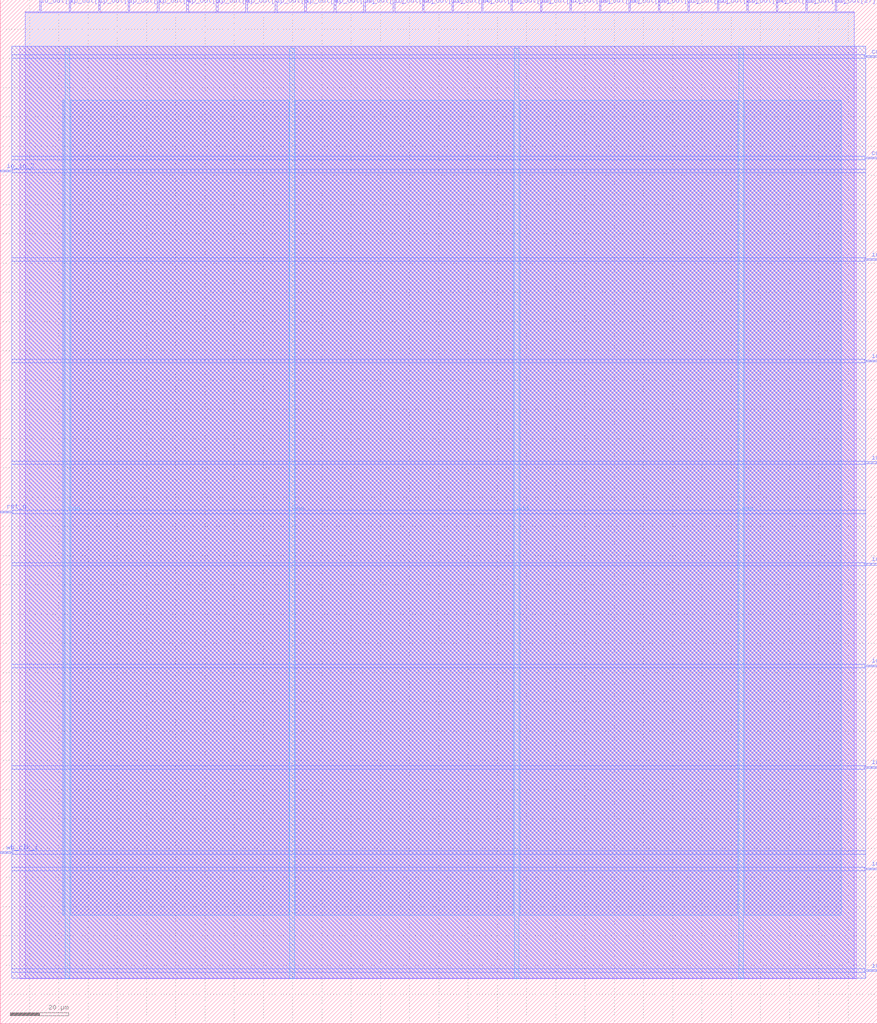
<source format=lef>
VERSION 5.7 ;
  NOWIREEXTENSIONATPIN ON ;
  DIVIDERCHAR "/" ;
  BUSBITCHARS "[]" ;
MACRO wrapped_sn76489
  CLASS BLOCK ;
  FOREIGN wrapped_sn76489 ;
  ORIGIN 0.000 0.000 ;
  SIZE 300.000 BY 350.000 ;
  PIN custom_settings[0]
    DIRECTION INPUT ;
    USE SIGNAL ;
    ANTENNAGATEAREA 0.726000 ;
    ANTENNADIFFAREA 0.410400 ;
    PORT
      LAYER Metal3 ;
        RECT 296.000 295.680 300.000 296.240 ;
    END
  END custom_settings[0]
  PIN custom_settings[1]
    DIRECTION INPUT ;
    USE SIGNAL ;
    ANTENNAGATEAREA 0.741000 ;
    ANTENNADIFFAREA 0.410400 ;
    PORT
      LAYER Metal3 ;
        RECT 296.000 330.400 300.000 330.960 ;
    END
  END custom_settings[1]
  PIN io_in_1[0]
    DIRECTION INPUT ;
    USE SIGNAL ;
    ANTENNAGATEAREA 0.726000 ;
    ANTENNADIFFAREA 0.410400 ;
    PORT
      LAYER Metal3 ;
        RECT 296.000 17.920 300.000 18.480 ;
    END
  END io_in_1[0]
  PIN io_in_1[1]
    DIRECTION INPUT ;
    USE SIGNAL ;
    ANTENNAGATEAREA 0.741000 ;
    ANTENNADIFFAREA 0.410400 ;
    PORT
      LAYER Metal3 ;
        RECT 296.000 52.640 300.000 53.200 ;
    END
  END io_in_1[1]
  PIN io_in_1[2]
    DIRECTION INPUT ;
    USE SIGNAL ;
    ANTENNAGATEAREA 0.498500 ;
    ANTENNADIFFAREA 0.410400 ;
    PORT
      LAYER Metal3 ;
        RECT 296.000 87.360 300.000 87.920 ;
    END
  END io_in_1[2]
  PIN io_in_1[3]
    DIRECTION INPUT ;
    USE SIGNAL ;
    ANTENNAGATEAREA 0.741000 ;
    ANTENNADIFFAREA 0.410400 ;
    PORT
      LAYER Metal3 ;
        RECT 296.000 122.080 300.000 122.640 ;
    END
  END io_in_1[3]
  PIN io_in_1[4]
    DIRECTION INPUT ;
    USE SIGNAL ;
    ANTENNAGATEAREA 0.741000 ;
    ANTENNADIFFAREA 0.410400 ;
    PORT
      LAYER Metal3 ;
        RECT 296.000 156.800 300.000 157.360 ;
    END
  END io_in_1[4]
  PIN io_in_1[5]
    DIRECTION INPUT ;
    USE SIGNAL ;
    ANTENNAGATEAREA 0.498500 ;
    ANTENNADIFFAREA 0.410400 ;
    PORT
      LAYER Metal3 ;
        RECT 296.000 191.520 300.000 192.080 ;
    END
  END io_in_1[5]
  PIN io_in_1[6]
    DIRECTION INPUT ;
    USE SIGNAL ;
    ANTENNAGATEAREA 0.726000 ;
    ANTENNADIFFAREA 0.410400 ;
    PORT
      LAYER Metal3 ;
        RECT 296.000 226.240 300.000 226.800 ;
    END
  END io_in_1[6]
  PIN io_in_1[7]
    DIRECTION INPUT ;
    USE SIGNAL ;
    ANTENNAGATEAREA 0.726000 ;
    ANTENNADIFFAREA 0.410400 ;
    PORT
      LAYER Metal3 ;
        RECT 296.000 260.960 300.000 261.520 ;
    END
  END io_in_1[7]
  PIN io_in_2
    DIRECTION INPUT ;
    USE SIGNAL ;
    ANTENNAGATEAREA 0.726000 ;
    ANTENNADIFFAREA 0.410400 ;
    PORT
      LAYER Metal3 ;
        RECT 0.000 291.200 4.000 291.760 ;
    END
  END io_in_2
  PIN io_out[0]
    DIRECTION OUTPUT TRISTATE ;
    USE SIGNAL ;
    ANTENNADIFFAREA 0.360800 ;
    PORT
      LAYER Metal2 ;
        RECT 13.440 346.000 14.000 350.000 ;
    END
  END io_out[0]
  PIN io_out[10]
    DIRECTION OUTPUT TRISTATE ;
    USE SIGNAL ;
    ANTENNADIFFAREA 4.731200 ;
    PORT
      LAYER Metal2 ;
        RECT 114.240 346.000 114.800 350.000 ;
    END
  END io_out[10]
  PIN io_out[11]
    DIRECTION OUTPUT TRISTATE ;
    USE SIGNAL ;
    ANTENNADIFFAREA 4.731200 ;
    PORT
      LAYER Metal2 ;
        RECT 124.320 346.000 124.880 350.000 ;
    END
  END io_out[11]
  PIN io_out[12]
    DIRECTION OUTPUT TRISTATE ;
    USE SIGNAL ;
    ANTENNADIFFAREA 4.731200 ;
    PORT
      LAYER Metal2 ;
        RECT 134.400 346.000 134.960 350.000 ;
    END
  END io_out[12]
  PIN io_out[13]
    DIRECTION OUTPUT TRISTATE ;
    USE SIGNAL ;
    ANTENNADIFFAREA 0.360800 ;
    PORT
      LAYER Metal2 ;
        RECT 144.480 346.000 145.040 350.000 ;
    END
  END io_out[13]
  PIN io_out[14]
    DIRECTION OUTPUT TRISTATE ;
    USE SIGNAL ;
    ANTENNADIFFAREA 0.360800 ;
    PORT
      LAYER Metal2 ;
        RECT 154.560 346.000 155.120 350.000 ;
    END
  END io_out[14]
  PIN io_out[15]
    DIRECTION OUTPUT TRISTATE ;
    USE SIGNAL ;
    ANTENNADIFFAREA 0.360800 ;
    PORT
      LAYER Metal2 ;
        RECT 164.640 346.000 165.200 350.000 ;
    END
  END io_out[15]
  PIN io_out[16]
    DIRECTION OUTPUT TRISTATE ;
    USE SIGNAL ;
    ANTENNADIFFAREA 0.360800 ;
    PORT
      LAYER Metal2 ;
        RECT 174.720 346.000 175.280 350.000 ;
    END
  END io_out[16]
  PIN io_out[17]
    DIRECTION OUTPUT TRISTATE ;
    USE SIGNAL ;
    ANTENNADIFFAREA 4.731200 ;
    PORT
      LAYER Metal2 ;
        RECT 184.800 346.000 185.360 350.000 ;
    END
  END io_out[17]
  PIN io_out[18]
    DIRECTION OUTPUT TRISTATE ;
    USE SIGNAL ;
    ANTENNADIFFAREA 4.731200 ;
    PORT
      LAYER Metal2 ;
        RECT 194.880 346.000 195.440 350.000 ;
    END
  END io_out[18]
  PIN io_out[19]
    DIRECTION OUTPUT TRISTATE ;
    USE SIGNAL ;
    ANTENNADIFFAREA 4.731200 ;
    PORT
      LAYER Metal2 ;
        RECT 204.960 346.000 205.520 350.000 ;
    END
  END io_out[19]
  PIN io_out[1]
    DIRECTION OUTPUT TRISTATE ;
    USE SIGNAL ;
    ANTENNADIFFAREA 0.360800 ;
    PORT
      LAYER Metal2 ;
        RECT 23.520 346.000 24.080 350.000 ;
    END
  END io_out[1]
  PIN io_out[20]
    DIRECTION OUTPUT TRISTATE ;
    USE SIGNAL ;
    ANTENNADIFFAREA 4.731200 ;
    PORT
      LAYER Metal2 ;
        RECT 215.040 346.000 215.600 350.000 ;
    END
  END io_out[20]
  PIN io_out[21]
    DIRECTION OUTPUT TRISTATE ;
    USE SIGNAL ;
    ANTENNADIFFAREA 4.731200 ;
    PORT
      LAYER Metal2 ;
        RECT 225.120 346.000 225.680 350.000 ;
    END
  END io_out[21]
  PIN io_out[22]
    DIRECTION OUTPUT TRISTATE ;
    USE SIGNAL ;
    ANTENNADIFFAREA 4.731200 ;
    PORT
      LAYER Metal2 ;
        RECT 235.200 346.000 235.760 350.000 ;
    END
  END io_out[22]
  PIN io_out[23]
    DIRECTION OUTPUT TRISTATE ;
    USE SIGNAL ;
    ANTENNADIFFAREA 4.731200 ;
    PORT
      LAYER Metal2 ;
        RECT 245.280 346.000 245.840 350.000 ;
    END
  END io_out[23]
  PIN io_out[24]
    DIRECTION OUTPUT TRISTATE ;
    USE SIGNAL ;
    ANTENNADIFFAREA 4.731200 ;
    PORT
      LAYER Metal2 ;
        RECT 255.360 346.000 255.920 350.000 ;
    END
  END io_out[24]
  PIN io_out[25]
    DIRECTION OUTPUT TRISTATE ;
    USE SIGNAL ;
    ANTENNADIFFAREA 4.731200 ;
    PORT
      LAYER Metal2 ;
        RECT 265.440 346.000 266.000 350.000 ;
    END
  END io_out[25]
  PIN io_out[26]
    DIRECTION OUTPUT TRISTATE ;
    USE SIGNAL ;
    ANTENNADIFFAREA 4.731200 ;
    PORT
      LAYER Metal2 ;
        RECT 275.520 346.000 276.080 350.000 ;
    END
  END io_out[26]
  PIN io_out[27]
    DIRECTION OUTPUT TRISTATE ;
    USE SIGNAL ;
    ANTENNADIFFAREA 4.731200 ;
    PORT
      LAYER Metal2 ;
        RECT 285.600 346.000 286.160 350.000 ;
    END
  END io_out[27]
  PIN io_out[2]
    DIRECTION OUTPUT TRISTATE ;
    USE SIGNAL ;
    ANTENNADIFFAREA 0.360800 ;
    PORT
      LAYER Metal2 ;
        RECT 33.600 346.000 34.160 350.000 ;
    END
  END io_out[2]
  PIN io_out[3]
    DIRECTION OUTPUT TRISTATE ;
    USE SIGNAL ;
    ANTENNADIFFAREA 0.360800 ;
    PORT
      LAYER Metal2 ;
        RECT 43.680 346.000 44.240 350.000 ;
    END
  END io_out[3]
  PIN io_out[4]
    DIRECTION OUTPUT TRISTATE ;
    USE SIGNAL ;
    ANTENNADIFFAREA 0.360800 ;
    PORT
      LAYER Metal2 ;
        RECT 53.760 346.000 54.320 350.000 ;
    END
  END io_out[4]
  PIN io_out[5]
    DIRECTION OUTPUT TRISTATE ;
    USE SIGNAL ;
    ANTENNADIFFAREA 0.360800 ;
    PORT
      LAYER Metal2 ;
        RECT 63.840 346.000 64.400 350.000 ;
    END
  END io_out[5]
  PIN io_out[6]
    DIRECTION OUTPUT TRISTATE ;
    USE SIGNAL ;
    ANTENNADIFFAREA 0.360800 ;
    PORT
      LAYER Metal2 ;
        RECT 73.920 346.000 74.480 350.000 ;
    END
  END io_out[6]
  PIN io_out[7]
    DIRECTION OUTPUT TRISTATE ;
    USE SIGNAL ;
    ANTENNADIFFAREA 0.360800 ;
    PORT
      LAYER Metal2 ;
        RECT 84.000 346.000 84.560 350.000 ;
    END
  END io_out[7]
  PIN io_out[8]
    DIRECTION OUTPUT TRISTATE ;
    USE SIGNAL ;
    ANTENNADIFFAREA 4.731200 ;
    PORT
      LAYER Metal2 ;
        RECT 94.080 346.000 94.640 350.000 ;
    END
  END io_out[8]
  PIN io_out[9]
    DIRECTION OUTPUT TRISTATE ;
    USE SIGNAL ;
    ANTENNADIFFAREA 4.731200 ;
    PORT
      LAYER Metal2 ;
        RECT 104.160 346.000 104.720 350.000 ;
    END
  END io_out[9]
  PIN rst_n
    DIRECTION INPUT ;
    USE SIGNAL ;
    ANTENNAGATEAREA 1.102000 ;
    ANTENNADIFFAREA 0.410400 ;
    PORT
      LAYER Metal3 ;
        RECT 0.000 174.720 4.000 175.280 ;
    END
  END rst_n
  PIN vdd
    DIRECTION INOUT ;
    USE POWER ;
    PORT
      LAYER Metal4 ;
        RECT 22.240 15.380 23.840 333.500 ;
    END
    PORT
      LAYER Metal4 ;
        RECT 175.840 15.380 177.440 333.500 ;
    END
  END vdd
  PIN vss
    DIRECTION INOUT ;
    USE GROUND ;
    PORT
      LAYER Metal4 ;
        RECT 99.040 15.380 100.640 333.500 ;
    END
    PORT
      LAYER Metal4 ;
        RECT 252.640 15.380 254.240 333.500 ;
    END
  END vss
  PIN wb_clk_i
    DIRECTION INPUT ;
    USE SIGNAL ;
    ANTENNAGATEAREA 4.738000 ;
    ANTENNADIFFAREA 0.410400 ;
    PORT
      LAYER Metal3 ;
        RECT 0.000 58.240 4.000 58.800 ;
    END
  END wb_clk_i
  OBS
      LAYER Metal1 ;
        RECT 6.720 15.380 292.880 334.170 ;
      LAYER Metal2 ;
        RECT 8.540 345.700 13.140 346.000 ;
        RECT 14.300 345.700 23.220 346.000 ;
        RECT 24.380 345.700 33.300 346.000 ;
        RECT 34.460 345.700 43.380 346.000 ;
        RECT 44.540 345.700 53.460 346.000 ;
        RECT 54.620 345.700 63.540 346.000 ;
        RECT 64.700 345.700 73.620 346.000 ;
        RECT 74.780 345.700 83.700 346.000 ;
        RECT 84.860 345.700 93.780 346.000 ;
        RECT 94.940 345.700 103.860 346.000 ;
        RECT 105.020 345.700 113.940 346.000 ;
        RECT 115.100 345.700 124.020 346.000 ;
        RECT 125.180 345.700 134.100 346.000 ;
        RECT 135.260 345.700 144.180 346.000 ;
        RECT 145.340 345.700 154.260 346.000 ;
        RECT 155.420 345.700 164.340 346.000 ;
        RECT 165.500 345.700 174.420 346.000 ;
        RECT 175.580 345.700 184.500 346.000 ;
        RECT 185.660 345.700 194.580 346.000 ;
        RECT 195.740 345.700 204.660 346.000 ;
        RECT 205.820 345.700 214.740 346.000 ;
        RECT 215.900 345.700 224.820 346.000 ;
        RECT 225.980 345.700 234.900 346.000 ;
        RECT 236.060 345.700 244.980 346.000 ;
        RECT 246.140 345.700 255.060 346.000 ;
        RECT 256.220 345.700 265.140 346.000 ;
        RECT 266.300 345.700 275.220 346.000 ;
        RECT 276.380 345.700 285.300 346.000 ;
        RECT 286.460 345.700 292.180 346.000 ;
        RECT 8.540 15.490 292.180 345.700 ;
      LAYER Metal3 ;
        RECT 4.000 331.260 296.000 334.180 ;
        RECT 4.000 330.100 295.700 331.260 ;
        RECT 4.000 296.540 296.000 330.100 ;
        RECT 4.000 295.380 295.700 296.540 ;
        RECT 4.000 292.060 296.000 295.380 ;
        RECT 4.300 290.900 296.000 292.060 ;
        RECT 4.000 261.820 296.000 290.900 ;
        RECT 4.000 260.660 295.700 261.820 ;
        RECT 4.000 227.100 296.000 260.660 ;
        RECT 4.000 225.940 295.700 227.100 ;
        RECT 4.000 192.380 296.000 225.940 ;
        RECT 4.000 191.220 295.700 192.380 ;
        RECT 4.000 175.580 296.000 191.220 ;
        RECT 4.300 174.420 296.000 175.580 ;
        RECT 4.000 157.660 296.000 174.420 ;
        RECT 4.000 156.500 295.700 157.660 ;
        RECT 4.000 122.940 296.000 156.500 ;
        RECT 4.000 121.780 295.700 122.940 ;
        RECT 4.000 88.220 296.000 121.780 ;
        RECT 4.000 87.060 295.700 88.220 ;
        RECT 4.000 59.100 296.000 87.060 ;
        RECT 4.300 57.940 296.000 59.100 ;
        RECT 4.000 53.500 296.000 57.940 ;
        RECT 4.000 52.340 295.700 53.500 ;
        RECT 4.000 18.780 296.000 52.340 ;
        RECT 4.000 17.620 295.700 18.780 ;
        RECT 4.000 15.540 296.000 17.620 ;
      LAYER Metal4 ;
        RECT 21.420 37.050 21.940 315.750 ;
        RECT 24.140 37.050 98.740 315.750 ;
        RECT 100.940 37.050 175.540 315.750 ;
        RECT 177.740 37.050 252.340 315.750 ;
        RECT 254.540 37.050 287.700 315.750 ;
  END
END wrapped_sn76489
END LIBRARY


</source>
